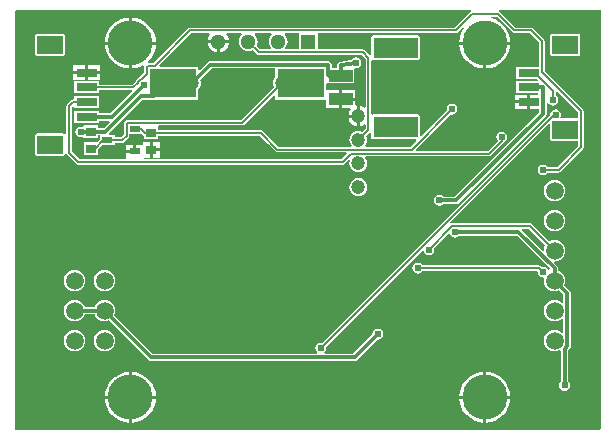
<source format=gbl>
%FSLAX23Y23*%
%MOIN*%
G70*
G01*
G75*
G04 Layer_Physical_Order=2*
G04 Layer_Color=16711680*
%ADD10R,0.031X0.035*%
%ADD11R,0.051X0.073*%
%ADD12R,0.039X0.039*%
%ADD13R,0.087X0.039*%
%ADD14R,0.071X0.028*%
%ADD15R,0.028X0.071*%
%ADD16R,0.087X0.059*%
%ADD17R,0.118X0.063*%
%ADD18R,0.022X0.039*%
%ADD19C,0.012*%
%ADD20C,0.006*%
%ADD21R,0.087X0.063*%
%ADD22R,0.087X0.063*%
%ADD23R,0.063X0.087*%
%ADD24R,0.051X0.051*%
%ADD25C,0.051*%
%ADD26C,0.150*%
%ADD27C,0.059*%
%ADD28C,0.047*%
%ADD29C,0.020*%
%ADD30C,0.024*%
%ADD31R,0.079X0.039*%
%ADD32R,0.035X0.024*%
%ADD33R,0.035X0.031*%
%ADD34R,0.157X0.098*%
%ADD35R,0.150X0.071*%
G36*
X2181Y1983D02*
Y1968D01*
X2182Y1964D01*
X2187Y1962D01*
X2329D01*
X2331Y1957D01*
X2311Y1937D01*
X2163D01*
X2161Y1942D01*
X2164Y1946D01*
X2167Y1953D01*
X2168Y1961D01*
X2167Y1968D01*
X2164Y1974D01*
X2176Y1985D01*
X2181Y1983D01*
D02*
G37*
G36*
X1860Y2170D02*
X1856Y2165D01*
X1853Y2157D01*
X1852Y2150D01*
X1853Y2142D01*
X1855Y2136D01*
X1746Y2027D01*
X1366D01*
X1362Y2026D01*
X1360Y2024D01*
X1359Y2023D01*
X1357Y2020D01*
X1356Y2017D01*
Y1978D01*
X1346Y1969D01*
X1325D01*
Y1977D01*
X1308D01*
X1305Y1982D01*
X1417Y2094D01*
X1455D01*
X1456Y2094D01*
X1604D01*
Y2129D01*
X1609Y2135D01*
X1612Y2142D01*
X1613Y2150D01*
X1612Y2157D01*
X1610Y2160D01*
X1649Y2199D01*
X1860D01*
Y2170D01*
D02*
G37*
G36*
X2514Y2394D02*
X2515Y2389D01*
X2514Y2389D01*
X2513Y2388D01*
X2510Y2386D01*
X2459Y2335D01*
X1578D01*
X1575Y2335D01*
X1574Y2334D01*
X1571Y2332D01*
X1456Y2217D01*
X1439D01*
X1437Y2221D01*
X1437Y2222D01*
X1438Y2223D01*
X1449Y2236D01*
X1457Y2251D01*
X1462Y2267D01*
X1463Y2278D01*
X1383D01*
Y2199D01*
X1395Y2200D01*
X1411Y2205D01*
X1420Y2210D01*
X1423Y2206D01*
X1423Y2206D01*
X1423Y2203D01*
Y2184D01*
X1411Y2172D01*
X1411Y2172D01*
X1408Y2170D01*
X1396Y2158D01*
X1394Y2155D01*
X1394Y2155D01*
X1384Y2145D01*
X1274D01*
Y2156D01*
X1191D01*
Y2116D01*
X1274D01*
Y2127D01*
X1382D01*
X1384Y2122D01*
X1312Y2050D01*
X1274D01*
Y2057D01*
X1191D01*
Y2018D01*
X1274D01*
Y2025D01*
X1307D01*
X1309Y2020D01*
X1289Y2000D01*
X1270D01*
Y2010D01*
X1222D01*
Y2008D01*
X1217Y2005D01*
X1212Y2006D01*
X1205Y2005D01*
X1199Y2001D01*
X1195Y1995D01*
X1193Y1988D01*
X1195Y1981D01*
X1199Y1975D01*
X1205Y1971D01*
X1212Y1970D01*
X1217Y1971D01*
X1222Y1968D01*
Y1966D01*
X1270D01*
Y1976D01*
X1277D01*
Y1963D01*
X1268Y1953D01*
X1222D01*
Y1909D01*
X1270D01*
Y1929D01*
X1283Y1942D01*
X1325D01*
Y1950D01*
X1350D01*
X1354Y1951D01*
X1356Y1953D01*
X1371Y1968D01*
X1373Y1971D01*
X1374Y1975D01*
Y1979D01*
X1415D01*
X1415Y1979D01*
X1420Y1977D01*
X1421Y1976D01*
X1423Y1975D01*
Y1963D01*
X1471D01*
Y1975D01*
X1808D01*
X1862Y1922D01*
X1864Y1920D01*
X1865Y1919D01*
X1868Y1919D01*
X2097D01*
X2099Y1914D01*
X2081Y1896D01*
X1427D01*
X1424Y1901D01*
X1424Y1901D01*
X1442D01*
Y1927D01*
Y1953D01*
X1419D01*
Y1944D01*
X1397D01*
Y1922D01*
X1392D01*
Y1917D01*
X1364D01*
Y1901D01*
X1364Y1900D01*
X1362Y1896D01*
X1208D01*
X1182Y1922D01*
Y2068D01*
X1186Y2072D01*
X1191Y2070D01*
Y2067D01*
X1274D01*
Y2106D01*
X1191D01*
Y2096D01*
X1188D01*
X1184Y2095D01*
X1181Y2093D01*
X1167Y2079D01*
X1165Y2076D01*
X1164Y2072D01*
Y1980D01*
X1159Y1979D01*
X1158Y1981D01*
X1154Y1983D01*
X1067D01*
X1062Y1981D01*
X1060Y1976D01*
Y1913D01*
X1062Y1909D01*
X1067Y1907D01*
X1154D01*
X1158Y1909D01*
X1160Y1913D01*
X1161Y1913D01*
X1165Y1914D01*
X1167Y1912D01*
X1198Y1881D01*
X1200Y1879D01*
X1204Y1878D01*
X2085D01*
X2089Y1879D01*
X2091Y1881D01*
X2106Y1895D01*
X2110Y1892D01*
X2109Y1890D01*
X2108Y1882D01*
X2109Y1874D01*
X2112Y1867D01*
X2117Y1861D01*
X2123Y1856D01*
X2130Y1853D01*
X2138Y1852D01*
X2146Y1853D01*
X2153Y1856D01*
X2159Y1861D01*
X2164Y1867D01*
X2167Y1874D01*
X2168Y1882D01*
X2167Y1890D01*
X2164Y1897D01*
X2161Y1901D01*
X2163Y1906D01*
X2573D01*
X2577Y1907D01*
X2580Y1909D01*
X2622Y1950D01*
X2624Y1953D01*
X2624Y1954D01*
X2628Y1956D01*
X2632Y1962D01*
X2633Y1969D01*
X2632Y1976D01*
X2628Y1982D01*
X2622Y1986D01*
X2615Y1987D01*
X2608Y1986D01*
X2602Y1982D01*
X2599Y1976D01*
X2597Y1969D01*
X2599Y1962D01*
X2602Y1957D01*
X2570Y1924D01*
X2331D01*
X2329Y1929D01*
X2446Y2046D01*
X2450Y2045D01*
X2457Y2046D01*
X2463Y2050D01*
X2467Y2056D01*
X2468Y2063D01*
X2467Y2070D01*
X2463Y2076D01*
X2457Y2080D01*
X2450Y2081D01*
X2443Y2080D01*
X2437Y2076D01*
X2433Y2070D01*
X2432Y2063D01*
X2433Y2059D01*
X2348Y1974D01*
X2343Y1976D01*
Y2039D01*
X2341Y2044D01*
X2337Y2046D01*
X2187D01*
X2185Y2045D01*
X2180Y2048D01*
Y2223D01*
X2185Y2226D01*
X2187Y2226D01*
X2337D01*
X2341Y2228D01*
X2343Y2232D01*
Y2303D01*
X2341Y2308D01*
X2337Y2310D01*
X2187D01*
X2182Y2308D01*
X2181Y2303D01*
Y2245D01*
X2176Y2242D01*
X2158Y2259D01*
X2156Y2261D01*
X2152Y2262D01*
X2002D01*
Y2317D01*
X2463D01*
X2466Y2318D01*
X2469Y2320D01*
X2487Y2337D01*
X2491Y2334D01*
X2488Y2331D01*
X2480Y2316D01*
X2475Y2300D01*
X2474Y2288D01*
X2644D01*
X2643Y2300D01*
X2638Y2316D01*
X2630Y2331D01*
X2619Y2344D01*
X2606Y2354D01*
X2592Y2362D01*
X2580Y2366D01*
X2581Y2371D01*
X2601D01*
X2652Y2320D01*
X2655Y2318D01*
X2655Y2317D01*
X2658Y2317D01*
X2711D01*
X2741Y2287D01*
Y2205D01*
X2663D01*
Y2165D01*
X2733D01*
X2738Y2160D01*
X2736Y2156D01*
X2663D01*
Y2116D01*
X2735D01*
X2735Y2115D01*
X2732Y2110D01*
X2710D01*
Y2087D01*
Y2063D01*
X2741D01*
X2741Y2053D01*
X2459Y1771D01*
X2421D01*
X2421Y1772D01*
X2415Y1776D01*
X2408Y1777D01*
X2401Y1776D01*
X2395Y1772D01*
X2391Y1766D01*
X2390Y1759D01*
X2391Y1752D01*
X2395Y1746D01*
X2401Y1742D01*
X2408Y1741D01*
X2415Y1742D01*
X2421Y1746D01*
X2421Y1747D01*
X2464D01*
X2469Y1748D01*
X2473Y1750D01*
X2762Y2039D01*
X2762Y2039D01*
X2762Y2039D01*
X2763Y2041D01*
X2764Y2043D01*
X2764Y2043D01*
X2764Y2043D01*
X2765Y2046D01*
X2765Y2048D01*
X2765Y2048D01*
X2765Y2048D01*
X2765Y2084D01*
X2766Y2085D01*
X2770Y2085D01*
X2773Y2080D01*
X2779Y2076D01*
X2786Y2075D01*
X2793Y2076D01*
X2799Y2080D01*
X2803Y2086D01*
X2804Y2093D01*
X2803Y2100D01*
X2799Y2106D01*
X2795Y2108D01*
Y2121D01*
X2800Y2123D01*
X2871Y2052D01*
Y2033D01*
X2870Y2032D01*
X2814D01*
X2811Y2036D01*
X2812Y2037D01*
X2813Y2044D01*
X2812Y2051D01*
X2808Y2057D01*
X2802Y2061D01*
X2795Y2062D01*
X2788Y2061D01*
X2782Y2057D01*
X2778Y2051D01*
X2777Y2045D01*
X2016Y1284D01*
X2012Y1285D01*
X2005Y1284D01*
X1999Y1280D01*
X1995Y1274D01*
X1994Y1267D01*
X1995Y1260D01*
X1999Y1254D01*
X2001Y1253D01*
X1999Y1248D01*
X1453D01*
X1324Y1376D01*
X1327Y1382D01*
X1328Y1391D01*
X1327Y1401D01*
X1323Y1409D01*
X1317Y1417D01*
X1310Y1422D01*
X1301Y1426D01*
X1292Y1427D01*
X1283Y1426D01*
X1274Y1422D01*
X1267Y1417D01*
X1261Y1409D01*
X1259Y1404D01*
X1226D01*
X1223Y1409D01*
X1217Y1417D01*
X1210Y1422D01*
X1201Y1426D01*
X1192Y1427D01*
X1183Y1426D01*
X1174Y1422D01*
X1167Y1417D01*
X1161Y1409D01*
X1158Y1401D01*
X1156Y1391D01*
X1158Y1382D01*
X1161Y1373D01*
X1167Y1366D01*
X1174Y1360D01*
X1183Y1357D01*
X1192Y1356D01*
X1201Y1357D01*
X1210Y1360D01*
X1217Y1366D01*
X1223Y1373D01*
X1226Y1379D01*
X1259D01*
X1261Y1373D01*
X1267Y1366D01*
X1274Y1360D01*
X1283Y1357D01*
X1292Y1356D01*
X1301Y1357D01*
X1307Y1359D01*
X1439Y1227D01*
X1443Y1225D01*
X1447Y1224D01*
X2125D01*
X2130Y1225D01*
X2134Y1227D01*
X2201Y1295D01*
X2202Y1295D01*
X2209Y1296D01*
X2215Y1300D01*
X2219Y1306D01*
X2220Y1313D01*
X2219Y1320D01*
X2215Y1326D01*
X2209Y1330D01*
X2202Y1331D01*
X2195Y1330D01*
X2189Y1326D01*
X2185Y1320D01*
X2184Y1313D01*
X2184Y1312D01*
X2120Y1248D01*
X2025D01*
X2023Y1253D01*
X2025Y1254D01*
X2029Y1260D01*
X2030Y1267D01*
X2029Y1271D01*
X2349Y1591D01*
X2355Y1590D01*
X2355Y1588D01*
X2359Y1582D01*
X2365Y1578D01*
X2372Y1577D01*
X2379Y1578D01*
X2385Y1582D01*
X2389Y1588D01*
X2390Y1595D01*
X2389Y1599D01*
X2439Y1649D01*
X2443Y1647D01*
X2444Y1646D01*
X2448Y1640D01*
X2454Y1636D01*
X2461Y1634D01*
X2467Y1636D01*
X2473Y1640D01*
X2474Y1640D01*
X2666D01*
X2775Y1532D01*
X2774Y1527D01*
X2770Y1527D01*
X2766Y1533D01*
X2760Y1537D01*
X2753Y1539D01*
X2749Y1538D01*
X2747Y1539D01*
X2744Y1541D01*
X2740Y1542D01*
X2351D01*
X2349Y1546D01*
X2343Y1550D01*
X2336Y1551D01*
X2329Y1550D01*
X2323Y1546D01*
X2319Y1540D01*
X2318Y1533D01*
X2319Y1526D01*
X2323Y1520D01*
X2329Y1516D01*
X2336Y1515D01*
X2343Y1516D01*
X2349Y1520D01*
X2351Y1524D01*
X2732D01*
X2735Y1520D01*
X2736Y1514D01*
X2740Y1508D01*
X2746Y1504D01*
X2753Y1502D01*
X2753Y1502D01*
X2757Y1498D01*
X2756Y1491D01*
X2758Y1482D01*
X2761Y1473D01*
X2767Y1466D01*
X2774Y1460D01*
X2783Y1457D01*
X2792Y1456D01*
X2801Y1457D01*
X2807Y1459D01*
X2821Y1445D01*
Y1419D01*
X2816Y1417D01*
X2810Y1422D01*
X2801Y1426D01*
X2792Y1427D01*
X2783Y1426D01*
X2774Y1422D01*
X2767Y1417D01*
X2761Y1409D01*
X2758Y1401D01*
X2756Y1391D01*
X2758Y1382D01*
X2761Y1373D01*
X2767Y1366D01*
X2774Y1360D01*
X2783Y1357D01*
X2792Y1356D01*
X2801Y1357D01*
X2810Y1360D01*
X2816Y1365D01*
X2821Y1364D01*
Y1319D01*
X2816Y1317D01*
X2810Y1322D01*
X2801Y1326D01*
X2792Y1327D01*
X2783Y1326D01*
X2774Y1322D01*
X2767Y1317D01*
X2761Y1309D01*
X2758Y1301D01*
X2756Y1291D01*
X2758Y1282D01*
X2761Y1273D01*
X2767Y1266D01*
X2774Y1260D01*
X2783Y1257D01*
X2792Y1256D01*
X2801Y1257D01*
X2808Y1259D01*
X2813Y1256D01*
Y1155D01*
X2812Y1155D01*
X2808Y1149D01*
X2807Y1142D01*
X2808Y1135D01*
X2812Y1129D01*
X2818Y1125D01*
X2825Y1124D01*
X2832Y1125D01*
X2838Y1129D01*
X2842Y1135D01*
X2843Y1142D01*
X2842Y1149D01*
X2838Y1155D01*
X2837Y1155D01*
Y1260D01*
X2842Y1265D01*
X2845Y1269D01*
X2846Y1274D01*
Y1450D01*
X2846Y1450D01*
X2845Y1454D01*
X2842Y1458D01*
X2824Y1476D01*
X2827Y1482D01*
X2828Y1491D01*
X2827Y1501D01*
X2823Y1509D01*
X2817Y1517D01*
X2810Y1522D01*
X2804Y1525D01*
Y1532D01*
X2803Y1537D01*
X2801Y1541D01*
X2790Y1551D01*
X2790Y1551D01*
X2793Y1556D01*
X2801Y1557D01*
X2810Y1560D01*
X2817Y1566D01*
X2823Y1573D01*
X2827Y1582D01*
X2828Y1591D01*
X2827Y1601D01*
X2823Y1609D01*
X2817Y1617D01*
X2810Y1622D01*
X2801Y1626D01*
X2792Y1627D01*
X2783Y1626D01*
X2774Y1622D01*
X2774Y1622D01*
X2717Y1680D01*
X2714Y1682D01*
X2710Y1683D01*
X2450D01*
X2447Y1682D01*
X2444Y1686D01*
X2772Y2014D01*
X2777Y2012D01*
Y1963D01*
X2779Y1958D01*
X2783Y1956D01*
X2870D01*
X2871Y1956D01*
Y1939D01*
X2801Y1869D01*
X2768D01*
X2766Y1873D01*
X2760Y1877D01*
X2753Y1878D01*
X2746Y1877D01*
X2740Y1873D01*
X2736Y1867D01*
X2735Y1860D01*
X2736Y1853D01*
X2740Y1847D01*
X2746Y1843D01*
X2753Y1842D01*
X2760Y1843D01*
X2766Y1847D01*
X2768Y1851D01*
X2805D01*
X2808Y1852D01*
X2811Y1854D01*
X2886Y1929D01*
X2888Y1932D01*
X2889Y1933D01*
X2889Y1936D01*
Y2056D01*
X2888Y2060D01*
X2886Y2062D01*
X2759Y2190D01*
Y2290D01*
X2758Y2294D01*
X2756Y2297D01*
X2721Y2332D01*
X2718Y2334D01*
X2714Y2335D01*
X2662D01*
X2611Y2386D01*
X2608Y2388D01*
X2606Y2389D01*
X2607Y2394D01*
X2945D01*
X2945Y996D01*
X2941Y992D01*
X992Y992D01*
X992Y2390D01*
X996Y2394D01*
X2514Y2394D01*
D02*
G37*
G36*
X2761Y1609D02*
X2761Y1609D01*
X2758Y1601D01*
X2756Y1592D01*
X2752Y1589D01*
X2752Y1589D01*
X2682Y1659D01*
X2684Y1664D01*
X2706D01*
X2761Y1609D01*
D02*
G37*
G36*
X1849Y2312D02*
X1848Y2311D01*
X1843Y2304D01*
X1840Y2297D01*
X1839Y2288D01*
X1840Y2280D01*
X1843Y2272D01*
X1847Y2267D01*
X1845Y2262D01*
X1810D01*
X1799Y2273D01*
X1801Y2280D01*
X1802Y2288D01*
X1801Y2297D01*
X1798Y2304D01*
X1793Y2311D01*
X1792Y2312D01*
X1794Y2317D01*
X1848D01*
X1849Y2312D01*
D02*
G37*
G36*
X1939Y2262D02*
X1896D01*
X1894Y2267D01*
X1898Y2272D01*
X1901Y2280D01*
X1902Y2288D01*
X1901Y2297D01*
X1898Y2304D01*
X1893Y2311D01*
X1892Y2312D01*
X1894Y2317D01*
X1939D01*
Y2262D01*
D02*
G37*
G36*
X1749Y2312D02*
X1748Y2311D01*
X1743Y2304D01*
X1740Y2297D01*
X1739Y2288D01*
X1740Y2280D01*
X1743Y2272D01*
X1748Y2266D01*
X1755Y2261D01*
X1762Y2258D01*
X1771Y2257D01*
X1779Y2258D01*
X1786Y2260D01*
X1799Y2247D01*
X1802Y2245D01*
X1806Y2244D01*
X2148D01*
X2162Y2230D01*
Y2070D01*
X2157Y2067D01*
X2155Y2069D01*
X2147Y2072D01*
X2143Y2073D01*
Y2039D01*
Y2006D01*
X2147Y2007D01*
X2155Y2010D01*
X2157Y2012D01*
X2162Y2009D01*
Y1998D01*
X2151Y1987D01*
X2146Y1989D01*
X2138Y1991D01*
X2130Y1989D01*
X2123Y1987D01*
X2117Y1982D01*
X2112Y1976D01*
X2109Y1968D01*
X2108Y1961D01*
X2109Y1953D01*
X2112Y1946D01*
X2115Y1942D01*
X2112Y1937D01*
X1872D01*
X1818Y1991D01*
X1815Y1993D01*
X1812Y1993D01*
X1474D01*
X1471Y1997D01*
Y2006D01*
X1474Y2009D01*
X1750D01*
X1754Y2009D01*
X1757Y2011D01*
X1856Y2110D01*
X1860Y2108D01*
Y2094D01*
X2029D01*
Y2067D01*
X2074D01*
Y2096D01*
Y2126D01*
X2030D01*
Y2146D01*
X2033Y2149D01*
X2124D01*
Y2196D01*
X2128Y2200D01*
X2129Y2199D01*
X2136Y2201D01*
X2142Y2205D01*
X2146Y2211D01*
X2147Y2218D01*
X2146Y2224D01*
X2142Y2230D01*
X2136Y2234D01*
X2129Y2236D01*
X2122Y2234D01*
X2116Y2230D01*
X2114Y2227D01*
X2077Y2221D01*
X2075Y2221D01*
X2074Y2220D01*
X2073Y2220D01*
X2072Y2219D01*
X2071Y2218D01*
X2070Y2218D01*
X2070Y2217D01*
X2069Y2216D01*
X2068Y2215D01*
X2067Y2214D01*
X2067Y2213D01*
X2067Y2212D01*
X2067Y2210D01*
X2067Y2209D01*
Y2201D01*
X2050D01*
Y2208D01*
X2049Y2213D01*
X2047Y2217D01*
X2044Y2220D01*
X2040Y2222D01*
X2035Y2223D01*
X1644D01*
X1639Y2222D01*
X1635Y2220D01*
X1609Y2193D01*
X1604Y2195D01*
Y2205D01*
X1476D01*
X1474Y2209D01*
X1582Y2317D01*
X1641D01*
X1644Y2312D01*
X1640Y2306D01*
X1636Y2298D01*
X1635Y2293D01*
X1706D01*
X1705Y2298D01*
X1702Y2306D01*
X1697Y2312D01*
X1700Y2317D01*
X1748D01*
X1749Y2312D01*
D02*
G37*
%LPC*%
G36*
X1292Y1527D02*
X1283Y1526D01*
X1274Y1522D01*
X1267Y1517D01*
X1261Y1509D01*
X1258Y1501D01*
X1256Y1491D01*
X1258Y1482D01*
X1261Y1473D01*
X1267Y1466D01*
X1274Y1460D01*
X1283Y1457D01*
X1292Y1456D01*
X1301Y1457D01*
X1310Y1460D01*
X1317Y1466D01*
X1323Y1473D01*
X1327Y1482D01*
X1328Y1491D01*
X1327Y1501D01*
X1323Y1509D01*
X1317Y1517D01*
X1310Y1522D01*
X1301Y1526D01*
X1292Y1527D01*
D02*
G37*
G36*
X1383Y2368D02*
Y2288D01*
X1463D01*
X1462Y2300D01*
X1457Y2316D01*
X1449Y2331D01*
X1438Y2344D01*
X1425Y2354D01*
X1411Y2362D01*
X1395Y2367D01*
X1383Y2368D01*
D02*
G37*
G36*
X1292Y1327D02*
X1283Y1326D01*
X1274Y1322D01*
X1267Y1317D01*
X1261Y1309D01*
X1258Y1301D01*
X1256Y1291D01*
X1258Y1282D01*
X1261Y1273D01*
X1267Y1266D01*
X1274Y1260D01*
X1283Y1257D01*
X1292Y1256D01*
X1301Y1257D01*
X1310Y1260D01*
X1317Y1266D01*
X1323Y1273D01*
X1327Y1282D01*
X1328Y1291D01*
X1327Y1301D01*
X1323Y1309D01*
X1317Y1317D01*
X1310Y1322D01*
X1301Y1326D01*
X1292Y1327D01*
D02*
G37*
G36*
X1192Y1527D02*
X1183Y1526D01*
X1174Y1522D01*
X1167Y1517D01*
X1161Y1509D01*
X1158Y1501D01*
X1156Y1491D01*
X1158Y1482D01*
X1161Y1473D01*
X1167Y1466D01*
X1174Y1460D01*
X1183Y1457D01*
X1192Y1456D01*
X1201Y1457D01*
X1210Y1460D01*
X1217Y1466D01*
X1223Y1473D01*
X1227Y1482D01*
X1228Y1491D01*
X1227Y1501D01*
X1223Y1509D01*
X1217Y1517D01*
X1210Y1522D01*
X1201Y1526D01*
X1192Y1527D01*
D02*
G37*
G36*
X2138Y1833D02*
X2130Y1832D01*
X2123Y1829D01*
X2117Y1824D01*
X2112Y1818D01*
X2109Y1811D01*
X2108Y1803D01*
X2109Y1795D01*
X2112Y1788D01*
X2117Y1782D01*
X2123Y1777D01*
X2130Y1774D01*
X2138Y1773D01*
X2146Y1774D01*
X2153Y1777D01*
X2159Y1782D01*
X2164Y1788D01*
X2167Y1795D01*
X2168Y1803D01*
X2167Y1811D01*
X2164Y1818D01*
X2159Y1824D01*
X2153Y1829D01*
X2146Y1832D01*
X2138Y1833D01*
D02*
G37*
G36*
X1475Y1922D02*
X1452D01*
Y1901D01*
X1475D01*
Y1922D01*
D02*
G37*
G36*
X2792Y1727D02*
X2783Y1726D01*
X2774Y1722D01*
X2767Y1717D01*
X2761Y1709D01*
X2758Y1701D01*
X2756Y1691D01*
X2758Y1682D01*
X2761Y1673D01*
X2767Y1666D01*
X2774Y1660D01*
X2783Y1657D01*
X2792Y1656D01*
X2801Y1657D01*
X2810Y1660D01*
X2817Y1666D01*
X2823Y1673D01*
X2827Y1682D01*
X2828Y1691D01*
X2827Y1701D01*
X2823Y1709D01*
X2817Y1717D01*
X2810Y1722D01*
X2801Y1726D01*
X2792Y1727D01*
D02*
G37*
G36*
Y1827D02*
X2783Y1826D01*
X2774Y1822D01*
X2767Y1817D01*
X2761Y1809D01*
X2758Y1801D01*
X2756Y1791D01*
X2758Y1782D01*
X2761Y1773D01*
X2767Y1766D01*
X2774Y1760D01*
X2783Y1757D01*
X2792Y1756D01*
X2801Y1757D01*
X2810Y1760D01*
X2817Y1766D01*
X2823Y1773D01*
X2827Y1782D01*
X2828Y1791D01*
X2827Y1801D01*
X2823Y1809D01*
X2817Y1817D01*
X2810Y1822D01*
X2801Y1826D01*
X2792Y1827D01*
D02*
G37*
G36*
X2554Y1097D02*
X2474D01*
X2475Y1086D01*
X2480Y1070D01*
X2488Y1055D01*
X2499Y1042D01*
X2512Y1032D01*
X2526Y1024D01*
X2542Y1019D01*
X2554Y1018D01*
Y1097D01*
D02*
G37*
G36*
X2644D02*
X2564D01*
Y1018D01*
X2576Y1019D01*
X2592Y1024D01*
X2606Y1032D01*
X2619Y1042D01*
X2630Y1055D01*
X2638Y1070D01*
X2643Y1086D01*
X2644Y1097D01*
D02*
G37*
G36*
X1373D02*
X1293D01*
X1294Y1086D01*
X1299Y1070D01*
X1307Y1055D01*
X1318Y1042D01*
X1331Y1032D01*
X1345Y1024D01*
X1361Y1019D01*
X1373Y1018D01*
Y1097D01*
D02*
G37*
G36*
X1463D02*
X1383D01*
Y1018D01*
X1395Y1019D01*
X1411Y1024D01*
X1425Y1032D01*
X1438Y1042D01*
X1449Y1055D01*
X1457Y1070D01*
X1462Y1086D01*
X1463Y1097D01*
D02*
G37*
G36*
X1373Y1187D02*
X1361Y1186D01*
X1345Y1181D01*
X1331Y1173D01*
X1318Y1163D01*
X1307Y1150D01*
X1299Y1135D01*
X1294Y1119D01*
X1293Y1107D01*
X1373D01*
Y1187D01*
D02*
G37*
G36*
X2564D02*
Y1107D01*
X2644D01*
X2643Y1119D01*
X2638Y1135D01*
X2630Y1150D01*
X2619Y1163D01*
X2606Y1173D01*
X2592Y1181D01*
X2576Y1186D01*
X2564Y1187D01*
D02*
G37*
G36*
X1192Y1327D02*
X1183Y1326D01*
X1174Y1322D01*
X1167Y1317D01*
X1161Y1309D01*
X1158Y1301D01*
X1156Y1291D01*
X1158Y1282D01*
X1161Y1273D01*
X1167Y1266D01*
X1174Y1260D01*
X1183Y1257D01*
X1192Y1256D01*
X1201Y1257D01*
X1210Y1260D01*
X1217Y1266D01*
X1223Y1273D01*
X1227Y1282D01*
X1228Y1291D01*
X1227Y1301D01*
X1223Y1309D01*
X1217Y1317D01*
X1210Y1322D01*
X1201Y1326D01*
X1192Y1327D01*
D02*
G37*
G36*
X1383Y1187D02*
Y1107D01*
X1463D01*
X1462Y1119D01*
X1457Y1135D01*
X1449Y1150D01*
X1438Y1163D01*
X1425Y1173D01*
X1411Y1181D01*
X1395Y1186D01*
X1383Y1187D01*
D02*
G37*
G36*
X2554D02*
X2542Y1186D01*
X2526Y1181D01*
X2512Y1173D01*
X2499Y1163D01*
X2488Y1150D01*
X2480Y1135D01*
X2475Y1119D01*
X2474Y1107D01*
X2554D01*
Y1187D01*
D02*
G37*
G36*
X1387Y1944D02*
X1364D01*
Y1927D01*
X1387D01*
Y1944D01*
D02*
G37*
G36*
X1373Y2278D02*
X1293D01*
X1294Y2267D01*
X1299Y2251D01*
X1307Y2236D01*
X1318Y2223D01*
X1331Y2213D01*
X1345Y2205D01*
X1361Y2200D01*
X1373Y2199D01*
Y2278D01*
D02*
G37*
G36*
X2554D02*
X2474D01*
X2475Y2267D01*
X2480Y2251D01*
X2488Y2236D01*
X2499Y2223D01*
X2512Y2213D01*
X2526Y2205D01*
X2542Y2200D01*
X2554Y2199D01*
Y2278D01*
D02*
G37*
G36*
X1227Y2209D02*
X1187D01*
Y2190D01*
X1227D01*
Y2209D01*
D02*
G37*
G36*
X1278D02*
X1237D01*
Y2190D01*
X1278D01*
Y2209D01*
D02*
G37*
G36*
X2644Y2278D02*
X2564D01*
Y2199D01*
X2576Y2200D01*
X2592Y2205D01*
X2606Y2213D01*
X2619Y2223D01*
X2630Y2236D01*
X2638Y2251D01*
X2643Y2267D01*
X2644Y2278D01*
D02*
G37*
G36*
X1666Y2283D02*
X1635D01*
X1636Y2279D01*
X1640Y2270D01*
X1645Y2263D01*
X1653Y2257D01*
X1661Y2254D01*
X1666Y2253D01*
Y2283D01*
D02*
G37*
G36*
X1706D02*
X1676D01*
Y2253D01*
X1680Y2254D01*
X1689Y2257D01*
X1696Y2263D01*
X1702Y2270D01*
X1705Y2279D01*
X1706Y2283D01*
D02*
G37*
G36*
X1154Y2315D02*
X1067D01*
X1062Y2314D01*
X1060Y2309D01*
Y2246D01*
X1062Y2241D01*
X1067Y2240D01*
X1154D01*
X1158Y2241D01*
X1160Y2246D01*
Y2309D01*
X1158Y2314D01*
X1154Y2315D01*
D02*
G37*
G36*
X2870Y2315D02*
X2783D01*
X2779Y2314D01*
X2777Y2309D01*
Y2246D01*
X2779Y2241D01*
X2783Y2240D01*
X2870D01*
X2875Y2241D01*
X2877Y2246D01*
Y2309D01*
X2875Y2314D01*
X2870Y2315D01*
D02*
G37*
G36*
X2133Y2034D02*
X2105D01*
X2105Y2031D01*
X2108Y2022D01*
X2114Y2015D01*
X2121Y2010D01*
X2129Y2007D01*
X2133Y2006D01*
Y2034D01*
D02*
G37*
G36*
X2128Y2091D02*
X2084D01*
Y2067D01*
X2110D01*
X2113Y2062D01*
X2108Y2056D01*
X2105Y2048D01*
X2105Y2044D01*
X2133D01*
Y2073D01*
X2128Y2077D01*
Y2091D01*
D02*
G37*
G36*
X1475Y1953D02*
X1452D01*
Y1932D01*
X1475D01*
Y1953D01*
D02*
G37*
G36*
X1373Y2368D02*
X1361Y2367D01*
X1345Y2362D01*
X1331Y2354D01*
X1318Y2344D01*
X1307Y2331D01*
X1299Y2316D01*
X1294Y2300D01*
X1293Y2288D01*
X1373D01*
Y2368D01*
D02*
G37*
G36*
X2700Y2082D02*
X2659D01*
Y2063D01*
X2700D01*
Y2082D01*
D02*
G37*
G36*
X1227Y2180D02*
X1187D01*
Y2161D01*
X1227D01*
Y2180D01*
D02*
G37*
G36*
X1278D02*
X1237D01*
Y2161D01*
X1278D01*
Y2180D01*
D02*
G37*
G36*
X2700Y2110D02*
X2659D01*
Y2092D01*
X2700D01*
Y2110D01*
D02*
G37*
G36*
X2128Y2126D02*
X2084D01*
Y2101D01*
X2128D01*
Y2126D01*
D02*
G37*
%LPD*%
D14*
X2705Y2136D02*
D03*
Y2087D02*
D03*
Y2185D02*
D03*
X1232Y2185D02*
D03*
Y2037D02*
D03*
Y2136D02*
D03*
Y2087D02*
D03*
D19*
X1246Y1988D02*
X1294D01*
X1412Y2106D01*
X1455D01*
Y2150D02*
X1520D01*
X2039Y2175D02*
X2079D01*
X2038Y2176D02*
X2039Y2175D01*
X2038Y2176D02*
Y2208D01*
X2035Y2211D02*
X2038Y2208D01*
X1644Y2211D02*
X2035D01*
X1583Y2150D02*
X1644Y2211D01*
X1520Y2150D02*
X1583D01*
X2125Y1236D02*
X2202Y1313D01*
X1447Y1236D02*
X2125D01*
X1292Y1391D02*
X1447Y1236D01*
X1192Y1391D02*
X1292D01*
X2705Y2136D02*
X2752D01*
X2753Y2048D01*
X2464Y1759D02*
X2753Y2048D01*
X2408Y1759D02*
X2464D01*
X1232Y2037D02*
X1317D01*
X1423Y2143D01*
X2079Y2209D02*
X2129Y2218D01*
X2079Y2175D02*
Y2209D01*
X1212Y1988D02*
X1246D01*
X2461Y1653D02*
X2671D01*
X2792Y1532D01*
Y1491D02*
Y1532D01*
Y1491D02*
X2834Y1450D01*
X1455Y2106D02*
Y2150D01*
X2825Y1142D02*
Y1265D01*
X2834Y1274D01*
Y1450D02*
X2834Y1450D01*
X2834Y1274D02*
Y1450D01*
D20*
X2658Y2326D02*
X2714D01*
X2604Y2380D02*
X2658Y2326D01*
X2517Y2380D02*
X2604D01*
X2463Y2326D02*
X2517Y2380D01*
X1578Y2326D02*
X2463D01*
X1416Y2164D02*
X1432Y2180D01*
X1414Y2164D02*
X1416D01*
X1402Y2152D02*
X1414Y2164D01*
X1402Y2150D02*
Y2152D01*
X1388Y2136D02*
X1402Y2150D01*
X1460Y2208D02*
X1578Y2326D01*
X1437Y2208D02*
X1460D01*
X1432Y2203D02*
X1437Y2208D01*
X1432Y2180D02*
Y2203D01*
X1232Y2136D02*
X1388D01*
X1882Y2150D02*
X1945D01*
X1750Y2018D02*
X1882Y2150D01*
X1366Y2018D02*
X1750D01*
X1365Y2017D02*
X1366Y2018D01*
X1365Y1975D02*
Y2017D01*
X1350Y1960D02*
X1365Y1975D01*
X1301Y1960D02*
X1350D01*
X1288D02*
X1301D01*
X1259Y1931D02*
X1288Y1960D01*
X1246Y1931D02*
X1259D01*
X2315Y1928D02*
X2450Y2063D01*
X1868Y1928D02*
X2315D01*
X1812Y1984D02*
X1868Y1928D01*
X1447Y1984D02*
X1812D01*
X1425D02*
X1447D01*
X1412Y1997D02*
X1425Y1984D01*
X1392Y1997D02*
X1412D01*
X2710Y1673D02*
X2792Y1591D01*
X2450Y1673D02*
X2710D01*
X2372Y1595D02*
X2450Y1673D01*
X2740Y1533D02*
X2753Y1520D01*
X2336Y1533D02*
X2740D01*
X2138Y1961D02*
X2171Y1994D01*
Y2234D01*
X2152Y2253D02*
X2171Y2234D01*
X1806Y2253D02*
X2152D01*
X1771Y2288D02*
X1806Y2253D01*
X2789Y2044D02*
X2795D01*
X2012Y1267D02*
X2789Y2044D01*
X2753Y1860D02*
X2805D01*
X2880Y1936D01*
Y2056D01*
X2750Y2186D02*
X2880Y2056D01*
X2750Y2186D02*
Y2290D01*
X2714Y2326D02*
X2750Y2290D01*
X2113Y1915D02*
X2573D01*
X2085Y1887D02*
X2113Y1915D01*
X1204Y1887D02*
X2085D01*
X1173Y1918D02*
X1204Y1887D01*
X1173Y1918D02*
Y2072D01*
X1188Y2087D01*
X1232D01*
X2705Y2185D02*
X2726D01*
X2786Y2125D01*
Y2093D02*
Y2125D01*
X2573Y1915D02*
X2615Y1957D01*
Y1969D01*
D21*
X2827Y2277D02*
D03*
Y1994D02*
D03*
X1110Y2277D02*
D03*
Y1945D02*
D03*
D24*
X1971Y2288D02*
D03*
D25*
X1871D02*
D03*
X1771D02*
D03*
X1671D02*
D03*
D26*
X2559Y1102D02*
D03*
Y2283D02*
D03*
X1378D02*
D03*
Y1102D02*
D03*
D27*
X2792Y1291D02*
D03*
Y1391D02*
D03*
Y1491D02*
D03*
Y1591D02*
D03*
Y1691D02*
D03*
Y1791D02*
D03*
X1292Y1291D02*
D03*
X1192D02*
D03*
Y1391D02*
D03*
Y1491D02*
D03*
X1292Y1391D02*
D03*
Y1491D02*
D03*
D28*
X2138Y1803D02*
D03*
Y1882D02*
D03*
Y1961D02*
D03*
Y2039D02*
D03*
X1882Y2150D02*
D03*
X1583D02*
D03*
D29*
X2854Y1083D02*
D03*
X2805Y2165D02*
D03*
X2756Y1083D02*
D03*
X2657D02*
D03*
X2608Y2165D02*
D03*
X2559Y2067D02*
D03*
Y1280D02*
D03*
X2461Y2264D02*
D03*
X2510Y2165D02*
D03*
Y1378D02*
D03*
X2461Y1280D02*
D03*
Y1083D02*
D03*
X2362Y2264D02*
D03*
X2411Y2165D02*
D03*
X2362Y2067D02*
D03*
Y1870D02*
D03*
Y1280D02*
D03*
Y1083D02*
D03*
X2313Y2165D02*
D03*
X2264Y1476D02*
D03*
X2313Y1181D02*
D03*
X2264Y1083D02*
D03*
X2215Y2165D02*
D03*
X2165Y1476D02*
D03*
X2215Y1181D02*
D03*
X2165Y1083D02*
D03*
X2067Y1673D02*
D03*
X2116Y1575D02*
D03*
X2067Y1476D02*
D03*
Y1280D02*
D03*
Y1083D02*
D03*
X2018Y1969D02*
D03*
Y1772D02*
D03*
X1969Y1673D02*
D03*
X2018Y1575D02*
D03*
X1969Y1476D02*
D03*
Y1083D02*
D03*
X1870Y2067D02*
D03*
X1919Y1969D02*
D03*
Y1772D02*
D03*
X1870Y1673D02*
D03*
X1919Y1575D02*
D03*
X1870Y1476D02*
D03*
X1919Y1181D02*
D03*
X1870Y1083D02*
D03*
X1821Y2165D02*
D03*
Y1772D02*
D03*
Y1575D02*
D03*
Y1378D02*
D03*
Y1181D02*
D03*
X1772Y1083D02*
D03*
X1722Y2165D02*
D03*
X1673Y2067D02*
D03*
Y1673D02*
D03*
Y1476D02*
D03*
Y1280D02*
D03*
Y1083D02*
D03*
X1575Y2264D02*
D03*
Y2067D02*
D03*
X1624Y1772D02*
D03*
X1575Y1673D02*
D03*
X1624Y1575D02*
D03*
Y1378D02*
D03*
X1575Y1280D02*
D03*
Y1083D02*
D03*
X1476Y2264D02*
D03*
X1526Y1772D02*
D03*
X1476Y1673D02*
D03*
X1526Y1378D02*
D03*
X1476Y1280D02*
D03*
X1526Y1181D02*
D03*
X1476Y1083D02*
D03*
X1427Y1772D02*
D03*
X1378Y1673D02*
D03*
X1427Y1378D02*
D03*
Y1181D02*
D03*
X1280Y2264D02*
D03*
X1329Y2165D02*
D03*
Y1181D02*
D03*
X1280Y1083D02*
D03*
X1181Y2264D02*
D03*
Y1870D02*
D03*
Y1083D02*
D03*
X1132Y2165D02*
D03*
X1083Y2067D02*
D03*
Y1870D02*
D03*
X1132Y1772D02*
D03*
X1083Y1673D02*
D03*
Y1476D02*
D03*
X1132Y1378D02*
D03*
Y1181D02*
D03*
X1083Y1083D02*
D03*
D30*
X1567Y1622D02*
D03*
X1598D02*
D03*
X1567Y1591D02*
D03*
X1598D02*
D03*
X1567Y1559D02*
D03*
X1598D02*
D03*
X1567Y1528D02*
D03*
X1598D02*
D03*
X1567Y1496D02*
D03*
X1598D02*
D03*
X1598Y1465D02*
D03*
Y1433D02*
D03*
X1567Y1465D02*
D03*
Y1433D02*
D03*
X1535Y1465D02*
D03*
Y1433D02*
D03*
X1504Y1465D02*
D03*
Y1433D02*
D03*
X1472Y1465D02*
D03*
Y1433D02*
D03*
X1441Y1465D02*
D03*
Y1433D02*
D03*
X1409Y1465D02*
D03*
Y1433D02*
D03*
X1378D02*
D03*
X1346D02*
D03*
X1378Y1465D02*
D03*
X1346D02*
D03*
X1378Y1496D02*
D03*
X1346D02*
D03*
Y1528D02*
D03*
X1378D02*
D03*
Y1559D02*
D03*
X1346D02*
D03*
Y1622D02*
D03*
Y1591D02*
D03*
X1378Y1622D02*
D03*
Y1591D02*
D03*
X1409Y1622D02*
D03*
Y1591D02*
D03*
X1441Y1622D02*
D03*
Y1591D02*
D03*
X1472Y1622D02*
D03*
Y1591D02*
D03*
X1504D02*
D03*
Y1622D02*
D03*
X1535D02*
D03*
Y1591D02*
D03*
X2202Y1313D02*
D03*
X2450Y2063D02*
D03*
X2408Y1759D02*
D03*
X1423Y2143D02*
D03*
X2372Y1595D02*
D03*
X2753Y1520D02*
D03*
X2336Y1533D02*
D03*
X2795Y2044D02*
D03*
X2012Y1267D02*
D03*
X2753Y1860D02*
D03*
X2129Y2218D02*
D03*
X1212Y1988D02*
D03*
X2461Y1653D02*
D03*
X2786Y2093D02*
D03*
X2615Y1969D02*
D03*
X2825Y1142D02*
D03*
X1173Y2113D02*
D03*
X1232Y1643D02*
D03*
X2471Y1594D02*
D03*
X2374Y1311D02*
D03*
X2773Y1219D02*
D03*
D31*
X2079Y2096D02*
D03*
Y2175D02*
D03*
D32*
X1301Y1960D02*
D03*
X1392Y1922D02*
D03*
Y1997D02*
D03*
D33*
X1246Y1988D02*
D03*
Y1931D02*
D03*
X1447Y1984D02*
D03*
Y1927D02*
D03*
D34*
X1520Y2150D02*
D03*
X1945D02*
D03*
D35*
X2262Y2004D02*
D03*
Y2268D02*
D03*
M02*

</source>
